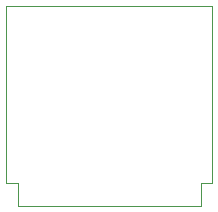
<source format=gbr>
%TF.GenerationSoftware,KiCad,Pcbnew,7.0.10*%
%TF.CreationDate,2024-04-18T15:46:53+08:00*%
%TF.ProjectId,esp32c3-vertical,65737033-3263-4332-9d76-657274696361,rev?*%
%TF.SameCoordinates,Original*%
%TF.FileFunction,Profile,NP*%
%FSLAX46Y46*%
G04 Gerber Fmt 4.6, Leading zero omitted, Abs format (unit mm)*
G04 Created by KiCad (PCBNEW 7.0.10) date 2024-04-18 15:46:53*
%MOMM*%
%LPD*%
G01*
G04 APERTURE LIST*
%TA.AperFunction,Profile*%
%ADD10C,0.100000*%
%TD*%
G04 APERTURE END LIST*
D10*
X17500000Y2000000D02*
X17500000Y17000000D01*
X0Y2000000D02*
X1000000Y2000000D01*
X16500000Y2000000D02*
X17500000Y2000000D01*
X16500000Y0D02*
X16500000Y2000000D01*
X1000000Y0D02*
X16500000Y0D01*
X0Y17000000D02*
X0Y2000000D01*
X17500000Y17000000D02*
X0Y17000000D01*
X1000000Y2000000D02*
X1000000Y0D01*
M02*

</source>
